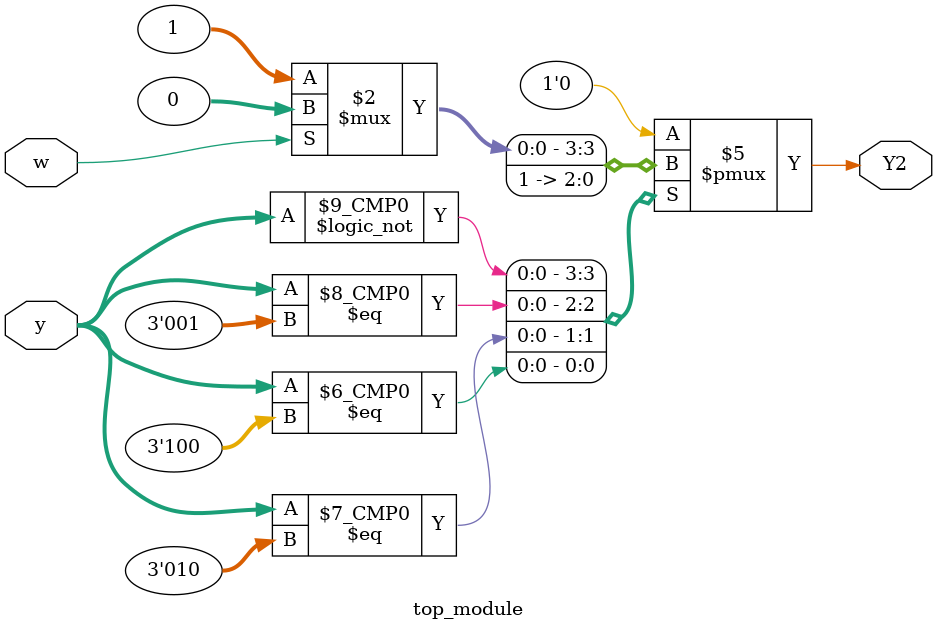
<source format=sv>
module top_module(
    input [3:1] y,
    input w,
    output reg Y2);

    always @(*) begin
        case (y)
            // Next state logic for Y2
            3'b000: Y2 = (w) ? 0 : 1;
            3'b001: Y2 = 1;
            3'b010: Y2 = 1;
            3'b011: Y2 = 0;
            3'b100: Y2 = 1;
            3'b101: Y2 = 0;
            default: Y2 = 0;
        endcase
    end

endmodule

</source>
